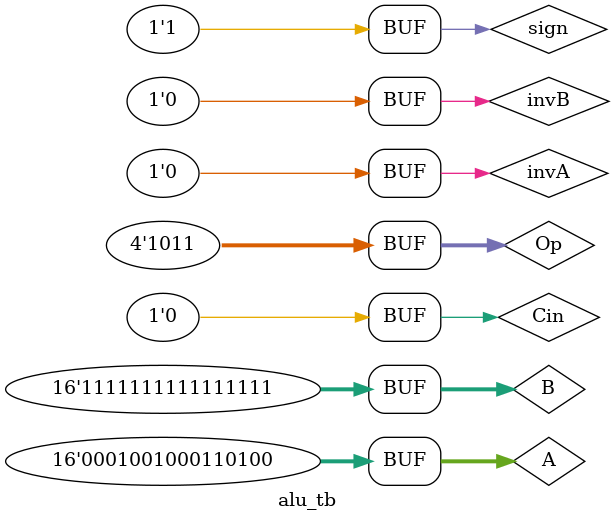
<source format=v>

module alu_tb;
  
  reg [15:0] A, B;
  reg invA, invB, Cin, sign;
  reg [3:0] Op;
  wire [15:0] Out;
  wire Ofl, Z, resultSign;
  
  alu aul1(.A(A), .B(B), .Cin(Cin), .Op(Op), .invA(invA), .invB(invB),
                 .sign(sign), .Out(Out), .Ofl(Ofl), .Z(Z), .resultSign(resultSign));
                 
  initial
  begin
  Cin = 1'b0;
  sign = 1'b0;
  //ROTATE/SHIFTS
  Op = 4'b0000;
  B = 16'h3434;
  A = 16'hf0f0;
  invA = 1'b1;  //test inverts
  invB = 1'b1;
  #200;
  invA = 1'b0;  //use non-inverted for simplicity
  invB = 1'b0;
  #200;
  Op = 4'b0001;
  #200;
  Op = 4'b0010;
  #200;
  Op = 4'b0011;
  #200;
  
  //LOGIC OPERATORS
  Op = 4'b0101;  //bitwise or
  #200;
  Op = 4'b0110;  //bitwise xor
  #200;
  Op = 4'b0111;  //bitwise and
  #200;
  
  
  /////////now test adder
  //UNSIGNED
  Op = 4'b0100;
  sign = 1'b0;  //unsigned
  A = 16'h1234;
  B = 16'h2345;  //regular unsigned addition
  #200;
  A = 16'hffff; //max unsigned value
  B = 16'h0000;
  #200;
  B = 16'h0001; //unsigned overflow
  #200;
  A = 16'hc350;
  B = 16'h15b3; //regular unsigned addition
  #200;
  
  //SIGNED
  sign = 1'b1;
  A = 16'h0112;
  B = 16'hdf34; //regular signed positive addition
  #200;
  A = 16'h7fff;  //max signed value
  B = 16'h0001; //signed positive overflow
  #200;         
  A = 16'hff32;
  B = 16'hc0a1;   //regular signed negative addition
  #200;
  A = 16'h8000;  //min signed value
  B = 16'hffff;  //signed negative overflow
  #200;
  
  Op = 4'b1000;
  #200;
  
  A = 16'h1234;
  Op = 4'b1011;
  #200;
  end
  
endmodule
</source>
